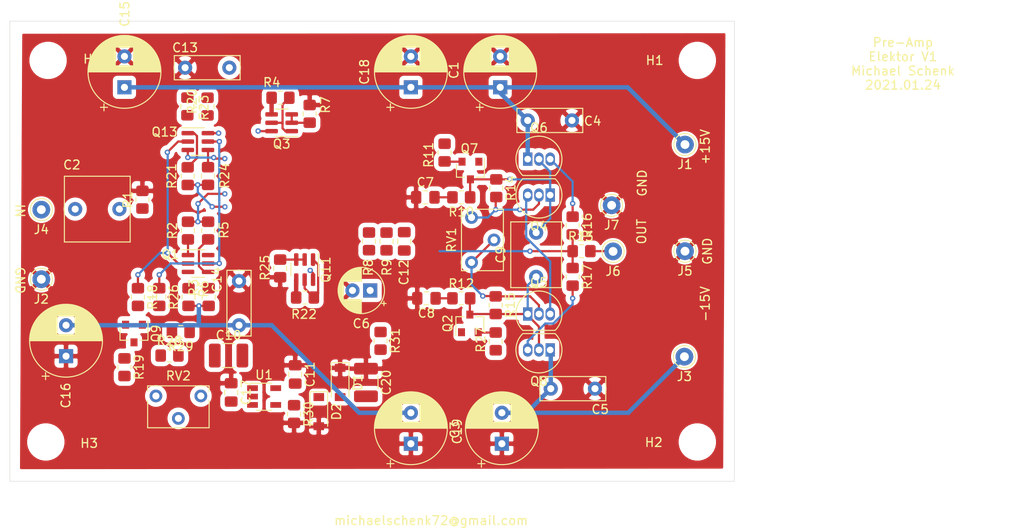
<source format=kicad_pcb>
(kicad_pcb (version 20171130) (host pcbnew "(5.1.9-0-10_14)")
  (layers (0 F.Cu signal) (31 B.Cu signal) (34 B.Paste user) (35 F.Paste user) (36 B.SilkS user) (37 F.SilkS user) (38 B.Mask user) (39 F.Mask user) (44 Edge.Cuts user))
  (net 0 "")
  (net 1 GND)
  (net 2 +15V)
  (net 3 "Net-(C2-Pad2)")
  (net 4 "Net-(C2-Pad1)")
  (net 5 -15V)
  (net 6 "Net-(C6-Pad1)")
  (net 7 "Net-(C7-Pad2)")
  (net 8 "Net-(J6-Pad1)")
  (net 9 "Net-(Q2-Pad2)")
  (net 10 "Net-(Q7-Pad2)")
  (net 11 "Net-(C12-Pad2)")
  (net 12 "Net-(C12-Pad1)")
  (net 13 "Net-(Q11-Pad1)")
  (net 14 "Net-(Q11-Pad6)")
  (net 15 "Net-(Q11-Pad2)")
  (net 16 "Net-(Q13-Pad4)")
  (net 17 "Net-(Q13-Pad3)")
  (net 18 "Net-(Q13-Pad1)")
  (net 19 "Net-(Q3-Pad6)")
  (net 20 "Net-(Q3-Pad1)")
  (net 21 "Net-(Q3-Pad2)")
  (net 22 "Net-(Q9-Pad2)")
  (net 23 "Net-(Q9-Pad1)")
  (net 24 "Net-(Q1-Pad4)")
  (net 25 "Net-(Q1-Pad3)")
  (net 26 "Net-(Q1-Pad1)")
  (net 27 "Net-(C8-Pad1)")
  (net 28 "Net-(C9-Pad2)")
  (net 29 "Net-(C9-Pad1)")
  (net 30 "Net-(Q1-Pad6)")
  (net 31 "Net-(Q4-Pad3)")
  (net 32 "Net-(Q4-Pad2)")
  (net 33 "Net-(Q5-Pad2)")
  (net 34 "Net-(Q6-Pad3)")
  (net 35 "Net-(Q13-Pad6)")
  (net 36 "Net-(Q8-Pad3)")
  (net 37 "Net-(C10-Pad2)")
  (net 38 "Net-(C10-Pad1)")
  (net 39 "Net-(C20-Pad2)")
  (net 40 "Net-(Q9-Pad3)")
  (net 41 "Net-(R19-Pad2)")
  (module Diode_SMD:D_SOD-123 (layer F.Cu) (at 159.258 136.78 270)
    (fp_text reference D1 (at 0 -2 90) (layer F.SilkS))
    (fp_text value 1N4148W)
    (pad 2 smd rect (at 1.65 0 270) (size 0.9 1.2) (layers F.Cu F.Paste F.Mask) (net 39 "Net-(C20-Pad2)"))
    (pad 1 smd rect (at -1.65 0 270) (size 0.9 1.2) (layers F.Cu F.Paste F.Mask) (net 1 GND))
  )
  (module Capacitor_SMD:C_1210_3225Metric_Pad1.33x2.70mm_HandSolder (layer F.Cu) (at 162.179 136.779 270)
    (fp_text reference C20 (at 0 -2.3 90) (layer F.SilkS))
    (fp_text value 2.2uF)
    (pad 2 smd roundrect (at 1.5625 0 270) (size 1.325 2.7) (layers F.Cu F.Paste F.Mask) (roundrect_rratio 0.188679) (net 39 "Net-(C20-Pad2)"))
    (pad 1 smd roundrect (at -1.5625 0 270) (size 1.325 2.7) (layers F.Cu F.Paste F.Mask) (roundrect_rratio 0.188679) (net 1 GND))
  )
  (module Capacitor_SMD:C_1210_3225Metric_Pad1.33x2.70mm_HandSolder (layer F.Cu) (at 146.6465 133.731)
    (fp_text reference C10 (at 0 -2.3) (layer F.SilkS))
    (fp_text value 2.2uF)
    (pad 2 smd roundrect (at 1.5625 0) (size 1.325 2.7) (layers F.Cu F.Paste F.Mask) (roundrect_rratio 0.188679) (net 37 "Net-(C10-Pad2)"))
    (pad 1 smd roundrect (at -1.5625 0) (size 1.325 2.7) (layers F.Cu F.Paste F.Mask) (roundrect_rratio 0.188679) (net 38 "Net-(C10-Pad1)"))
  )
  (module Package_TO_SOT_SMD:TSOT-23-5 (layer F.Cu) (at 150.662 138.369)
    (fp_text reference U1 (at 0 -2.45) (layer F.SilkS))
    (fp_text value OPA188xxDBV)
    (pad 5 smd rect (at 1.31 -0.95) (size 1.22 0.65) (layers F.Cu F.Paste F.Mask) (net 2 +15V))
    (pad 4 smd rect (at 1.31 0.95) (size 1.22 0.65) (layers F.Cu F.Paste F.Mask) (net 37 "Net-(C10-Pad2)"))
    (pad 3 smd rect (at -1.31 0.95) (size 1.22 0.65) (layers F.Cu F.Paste F.Mask) (net 39 "Net-(C20-Pad2)"))
    (pad 2 smd rect (at -1.31 0) (size 1.22 0.65) (layers F.Cu F.Paste F.Mask) (net 5 -15V))
    (pad 1 smd rect (at -1.31 -0.95) (size 1.22 0.65) (layers F.Cu F.Paste F.Mask) (net 38 "Net-(C10-Pad1)"))
  )
  (module Potentiometer_THT:Potentiometer_Bourns_3266W_Vertical (layer F.Cu) (at 143.51 138.303)
    (fp_text reference RV2 (at -2.54 -2.27) (layer F.SilkS))
    (fp_text value 100k)
    (pad 3 thru_hole circle (at -5.08 0) (size 1.44 1.44) (drill 0.8) (layers *.Cu *.Mask) (net 41 "Net-(R19-Pad2)"))
    (pad 2 thru_hole circle (at -2.54 2.54) (size 1.44 1.44) (drill 0.8) (layers *.Cu *.Mask) (net 5 -15V))
    (pad 1 thru_hole circle (at 0 0) (size 1.44 1.44) (drill 0.8) (layers *.Cu *.Mask) (net 5 -15V))
  )
  (module Potentiometer_THT:Potentiometer_Bourns_3266W_Vertical (layer F.Cu) (at 174.117 118.11 90)
    (fp_text reference RV1 (at -2.54 -2.27 90) (layer F.SilkS))
    (fp_text value 10k)
    (pad 3 thru_hole circle (at -5.08 0 90) (size 1.44 1.44) (drill 0.8) (layers *.Cu *.Mask) (net 33 "Net-(Q5-Pad2)"))
    (pad 2 thru_hole circle (at -2.54 2.54 90) (size 1.44 1.44) (drill 0.8) (layers *.Cu *.Mask) (net 33 "Net-(Q5-Pad2)"))
    (pad 1 thru_hole circle (at 0 0 90) (size 1.44 1.44) (drill 0.8) (layers *.Cu *.Mask) (net 32 "Net-(Q4-Pad2)"))
  )
  (module Capacitor_SMD:C_0805_2012Metric_Pad1.18x1.45mm_HandSolder (layer F.Cu) (at 169.0155 127.254 180)
    (fp_text reference C8 (at 0 -1.68) (layer F.SilkS))
    (fp_text value 150p)
    (pad 2 smd roundrect (at 1.0375 0 180) (size 1.175 1.45) (layers F.Cu F.Paste F.Mask) (roundrect_rratio 0.212766) (net 1 GND))
    (pad 1 smd roundrect (at -1.0375 0 180) (size 1.175 1.45) (layers F.Cu F.Paste F.Mask) (roundrect_rratio 0.212766) (net 27 "Net-(C8-Pad1)"))
  )
  (module Capacitor_SMD:C_0805_2012Metric_Pad1.18x1.45mm_HandSolder (layer F.Cu) (at 168.8885 115.824)
    (fp_text reference C7 (at 0 -1.68) (layer F.SilkS))
    (fp_text value 150p)
    (pad 2 smd roundrect (at 1.0375 0) (size 1.175 1.45) (layers F.Cu F.Paste F.Mask) (roundrect_rratio 0.212766) (net 7 "Net-(C7-Pad2)"))
    (pad 1 smd roundrect (at -1.0375 0) (size 1.175 1.45) (layers F.Cu F.Paste F.Mask) (roundrect_rratio 0.212766) (net 1 GND))
  )
  (module Capacitor_THT:C_Rect_L7.2mm_W2.5mm_P5.00mm_FKS2_FKP2_MKS2_MKP2 (layer F.Cu) (at 185.467 107.1245 180)
    (fp_text reference C4 (at -2.3406 -0.0762) (layer F.SilkS))
    (fp_text value 100nF)
    (pad 2 thru_hole circle (at 5 0 180) (size 1.6 1.6) (drill 0.8) (layers *.Cu *.Mask) (net 2 +15V))
    (pad 1 thru_hole circle (at 0 0 180) (size 1.6 1.6) (drill 0.8) (layers *.Cu *.Mask) (net 1 GND))
  )
  (module Capacitor_THT:C_Rect_L7.2mm_W5.5mm_P5.00mm_FKS2_FKP2_MKS2_MKP2 (layer F.Cu) (at 181.4195 124.8245 90)
    (fp_text reference C9 (at 2.5 -4 90) (layer F.SilkS))
    (fp_text value 1uF)
    (pad 2 thru_hole circle (at 5 0 90) (size 1.6 1.6) (drill 0.8) (layers *.Cu *.Mask) (net 28 "Net-(C9-Pad2)"))
    (pad 1 thru_hole circle (at 0 0 90) (size 1.6 1.6) (drill 0.8) (layers *.Cu *.Mask) (net 29 "Net-(C9-Pad1)"))
  )
  (module Resistor_SMD:R_0805_2012Metric_Pad1.20x1.40mm_HandSolder (layer F.Cu) (at 163.83 132.064 270)
    (fp_text reference R31 (at 0 -1.65 90) (layer F.SilkS))
    (fp_text value 475k)
    (pad 2 smd roundrect (at 1 0 270) (size 1.2 1.4) (layers F.Cu F.Paste F.Mask) (roundrect_rratio 0.208333) (net 39 "Net-(C20-Pad2)"))
    (pad 1 smd roundrect (at -1 0 270) (size 1.2 1.4) (layers F.Cu F.Paste F.Mask) (roundrect_rratio 0.208333) (net 12 "Net-(C12-Pad1)"))
  )
  (module Resistor_SMD:R_0805_2012Metric_Pad1.20x1.40mm_HandSolder (layer F.Cu) (at 154.051 140.351 270)
    (fp_text reference R30 (at 0 -1.65 90) (layer F.SilkS))
    (fp_text value 475k)
    (pad 2 smd roundrect (at 1 0 270) (size 1.2 1.4) (layers F.Cu F.Paste F.Mask) (roundrect_rratio 0.208333) (net 1 GND))
    (pad 1 smd roundrect (at -1 0 270) (size 1.2 1.4) (layers F.Cu F.Paste F.Mask) (roundrect_rratio 0.208333) (net 37 "Net-(C10-Pad2)"))
  )
  (module Resistor_SMD:R_0805_2012Metric_Pad1.20x1.40mm_HandSolder (layer F.Cu) (at 141.24 131.064 180)
    (fp_text reference R29 (at 0 -1.65) (layer F.SilkS))
    (fp_text value 27k)
    (pad 2 smd roundrect (at 1 0 180) (size 1.2 1.4) (layers F.Cu F.Paste F.Mask) (roundrect_rratio 0.208333) (net 23 "Net-(Q9-Pad1)"))
    (pad 1 smd roundrect (at -1 0 180) (size 1.2 1.4) (layers F.Cu F.Paste F.Mask) (roundrect_rratio 0.208333) (net 38 "Net-(C10-Pad1)"))
  )
  (module Resistor_SMD:R_0805_2012Metric_Pad1.20x1.40mm_HandSolder (layer F.Cu) (at 139.97 133.731)
    (fp_text reference R28 (at 0 -1.65) (layer F.SilkS))
    (fp_text value 3.9k)
    (pad 2 smd roundrect (at 1 0) (size 1.2 1.4) (layers F.Cu F.Paste F.Mask) (roundrect_rratio 0.208333) (net 5 -15V))
    (pad 1 smd roundrect (at -1 0) (size 1.2 1.4) (layers F.Cu F.Paste F.Mask) (roundrect_rratio 0.208333) (net 23 "Net-(Q9-Pad1)"))
  )
  (module Resistor_SMD:R_0805_2012Metric_Pad1.20x1.40mm_HandSolder (layer F.Cu) (at 138.811 127.111 270)
    (fp_text reference R26 (at 0 -1.65 90) (layer F.SilkS))
    (fp_text value 392k)
    (pad 2 smd roundrect (at 1 0 270) (size 1.2 1.4) (layers F.Cu F.Paste F.Mask) (roundrect_rratio 0.208333) (net 40 "Net-(Q9-Pad3)"))
    (pad 1 smd roundrect (at -1 0 270) (size 1.2 1.4) (layers F.Cu F.Paste F.Mask) (roundrect_rratio 0.208333) (net 11 "Net-(C12-Pad2)"))
  )
  (module Resistor_SMD:R_0805_2012Metric_Pad1.20x1.40mm_HandSolder (layer F.Cu) (at 134.874 135.0485 270)
    (fp_text reference R19 (at 0 -1.65 90) (layer F.SilkS))
    (fp_text value 100k)
    (pad 2 smd roundrect (at 1 0 270) (size 1.2 1.4) (layers F.Cu F.Paste F.Mask) (roundrect_rratio 0.208333) (net 41 "Net-(R19-Pad2)"))
    (pad 1 smd roundrect (at -1 0 270) (size 1.2 1.4) (layers F.Cu F.Paste F.Mask) (roundrect_rratio 0.208333) (net 22 "Net-(Q9-Pad2)"))
  )
  (module Resistor_SMD:R_0805_2012Metric_Pad1.20x1.40mm_HandSolder (layer F.Cu) (at 136.398 127.111 270)
    (fp_text reference R18 (at 0 -1.65 90) (layer F.SilkS))
    (fp_text value 392k)
    (pad 2 smd roundrect (at 1 0 270) (size 1.2 1.4) (layers F.Cu F.Paste F.Mask) (roundrect_rratio 0.208333) (net 40 "Net-(Q9-Pad3)"))
    (pad 1 smd roundrect (at -1 0 270) (size 1.2 1.4) (layers F.Cu F.Paste F.Mask) (roundrect_rratio 0.208333) (net 4 "Net-(C2-Pad1)"))
  )
  (module Package_TO_SOT_SMD:SOT-23 (layer F.Cu) (at 135.951 131.2385 270)
    (fp_text reference Q9 (at 0 -2.5 90) (layer F.SilkS))
    (fp_text value BC850C)
    (pad 3 smd rect (at 1 0 270) (size 0.9 0.8) (layers F.Cu F.Paste F.Mask) (net 40 "Net-(Q9-Pad3)"))
    (pad 2 smd rect (at -1 0.95 270) (size 0.9 0.8) (layers F.Cu F.Paste F.Mask) (net 22 "Net-(Q9-Pad2)"))
    (pad 1 smd rect (at -1 -0.95 270) (size 0.9 0.8) (layers F.Cu F.Paste F.Mask) (net 23 "Net-(Q9-Pad1)"))
  )
  (module Diode_SMD:D_SOD-123 (layer F.Cu) (at 156.845 140.08 270)
    (fp_text reference D2 (at 0 -2 90) (layer F.SilkS))
    (fp_text value 1N4148W)
    (pad 2 smd rect (at 1.65 0 270) (size 0.9 1.2) (layers F.Cu F.Paste F.Mask) (net 1 GND))
    (pad 1 smd rect (at -1.65 0 270) (size 0.9 1.2) (layers F.Cu F.Paste F.Mask) (net 39 "Net-(C20-Pad2)"))
  )
  (module Capacitor_SMD:C_0805_2012Metric_Pad1.18x1.45mm_HandSolder (layer F.Cu) (at 146.939 137.9005 270)
    (fp_text reference C17 (at 0 -1.68 90) (layer F.SilkS))
    (fp_text value 100nF)
    (pad 2 smd roundrect (at 1.0375 0 270) (size 1.175 1.45) (layers F.Cu F.Paste F.Mask) (roundrect_rratio 0.212766) (net 5 -15V))
    (pad 1 smd roundrect (at -1.0375 0 270) (size 1.175 1.45) (layers F.Cu F.Paste F.Mask) (roundrect_rratio 0.212766) (net 1 GND))
  )
  (module Capacitor_SMD:C_0805_2012Metric_Pad1.18x1.45mm_HandSolder (layer F.Cu) (at 154.178 135.8685 270)
    (fp_text reference C11 (at 0 -1.68 90) (layer F.SilkS))
    (fp_text value 100nF)
    (pad 2 smd roundrect (at 1.0375 0 270) (size 1.175 1.45) (layers F.Cu F.Paste F.Mask) (roundrect_rratio 0.212766) (net 2 +15V))
    (pad 1 smd roundrect (at -1.0375 0 270) (size 1.175 1.45) (layers F.Cu F.Paste F.Mask) (roundrect_rratio 0.212766) (net 1 GND))
  )
  (module Resistor_SMD:R_0805_2012Metric_Pad1.20x1.40mm_HandSolder (layer F.Cu) (at 185.547 124.825 270)
    (fp_text reference R17 (at 0 -1.65 90) (layer F.SilkS))
    (fp_text value 10R)
    (pad 2 smd roundrect (at 1 0 270) (size 1.2 1.4) (layers F.Cu F.Paste F.Mask) (roundrect_rratio 0.208333) (net 36 "Net-(Q8-Pad3)"))
    (pad 1 smd roundrect (at -1 0 270) (size 1.2 1.4) (layers F.Cu F.Paste F.Mask) (roundrect_rratio 0.208333) (net 12 "Net-(C12-Pad1)"))
  )
  (module Resistor_SMD:R_0805_2012Metric_Pad1.20x1.40mm_HandSolder (layer F.Cu) (at 185.547 119.015 270)
    (fp_text reference R16 (at 0 -1.65 90) (layer F.SilkS))
    (fp_text value 10R)
    (pad 2 smd roundrect (at 1 0 270) (size 1.2 1.4) (layers F.Cu F.Paste F.Mask) (roundrect_rratio 0.208333) (net 12 "Net-(C12-Pad1)"))
    (pad 1 smd roundrect (at -1 0 270) (size 1.2 1.4) (layers F.Cu F.Paste F.Mask) (roundrect_rratio 0.208333) (net 34 "Net-(Q6-Pad3)"))
  )
  (module Resistor_SMD:R_0805_2012Metric_Pad1.20x1.40mm_HandSolder (layer F.Cu) (at 176.8475 128.032 270)
    (fp_text reference R15 (at 0 -1.65 90) (layer F.SilkS))
    (fp_text value 390R)
    (pad 2 smd roundrect (at 1 0 270) (size 1.2 1.4) (layers F.Cu F.Paste F.Mask) (roundrect_rratio 0.208333) (net 29 "Net-(C9-Pad1)"))
    (pad 1 smd roundrect (at -1 0 270) (size 1.2 1.4) (layers F.Cu F.Paste F.Mask) (roundrect_rratio 0.208333) (net 33 "Net-(Q5-Pad2)"))
  )
  (module Resistor_SMD:R_0805_2012Metric_Pad1.20x1.40mm_HandSolder (layer F.Cu) (at 176.911 114.792 270)
    (fp_text reference R14 (at 0 -1.65 90) (layer F.SilkS))
    (fp_text value 390R)
    (pad 2 smd roundrect (at 1 0 270) (size 1.2 1.4) (layers F.Cu F.Paste F.Mask) (roundrect_rratio 0.208333) (net 32 "Net-(Q4-Pad2)"))
    (pad 1 smd roundrect (at -1 0 270) (size 1.2 1.4) (layers F.Cu F.Paste F.Mask) (roundrect_rratio 0.208333) (net 28 "Net-(C9-Pad2)"))
  )
  (module Resistor_SMD:R_0805_2012Metric_Pad1.20x1.40mm_HandSolder (layer F.Cu) (at 172.958 127.254)
    (fp_text reference R12 (at 0 -1.65) (layer F.SilkS))
    (fp_text value 10k)
    (pad 2 smd roundrect (at 1 0) (size 1.2 1.4) (layers F.Cu F.Paste F.Mask) (roundrect_rratio 0.208333) (net 29 "Net-(C9-Pad1)"))
    (pad 1 smd roundrect (at -1 0) (size 1.2 1.4) (layers F.Cu F.Paste F.Mask) (roundrect_rratio 0.208333) (net 27 "Net-(C8-Pad1)"))
  )
  (module Resistor_SMD:R_0805_2012Metric_Pad1.20x1.40mm_HandSolder (layer F.Cu) (at 172.958 115.824 180)
    (fp_text reference R10 (at 0 -1.65) (layer F.SilkS))
    (fp_text value 10k)
    (pad 2 smd roundrect (at 1 0 180) (size 1.2 1.4) (layers F.Cu F.Paste F.Mask) (roundrect_rratio 0.208333) (net 7 "Net-(C7-Pad2)"))
    (pad 1 smd roundrect (at -1 0 180) (size 1.2 1.4) (layers F.Cu F.Paste F.Mask) (roundrect_rratio 0.208333) (net 28 "Net-(C9-Pad2)"))
  )
  (module Package_TO_SOT_THT:TO-92_Inline (layer F.Cu) (at 183.007 133.096 180)
    (fp_text reference Q8 (at 1.27 -3.56) (layer F.SilkS))
    (fp_text value BC327-40)
    (pad 1 thru_hole rect (at 0 0 180) (size 1.05 1.5) (drill 0.75) (layers *.Cu *.Mask) (net 5 -15V))
    (pad 3 thru_hole oval (at 2.54 0 180) (size 1.05 1.5) (drill 0.75) (layers *.Cu *.Mask) (net 36 "Net-(Q8-Pad3)"))
    (pad 2 thru_hole oval (at 1.27 0 180) (size 1.05 1.5) (drill 0.75) (layers *.Cu *.Mask) (net 29 "Net-(C9-Pad1)"))
  )
  (module Package_TO_SOT_THT:TO-92_Inline (layer F.Cu) (at 180.467 111.506)
    (fp_text reference Q6 (at 1.27 -3.56) (layer F.SilkS))
    (fp_text value BC337-40)
    (pad 1 thru_hole rect (at 0 0) (size 1.05 1.5) (drill 0.75) (layers *.Cu *.Mask) (net 2 +15V))
    (pad 3 thru_hole oval (at 2.54 0) (size 1.05 1.5) (drill 0.75) (layers *.Cu *.Mask) (net 34 "Net-(Q6-Pad3)"))
    (pad 2 thru_hole oval (at 1.27 0) (size 1.05 1.5) (drill 0.75) (layers *.Cu *.Mask) (net 28 "Net-(C9-Pad2)"))
  )
  (module Package_TO_SOT_THT:TO-92_Inline (layer F.Cu) (at 180.467 129.032)
    (fp_text reference Q5 (at 1.27 -3.56) (layer F.SilkS))
    (fp_text value BC560C)
    (pad 1 thru_hole rect (at 0 0) (size 1.05 1.5) (drill 0.75) (layers *.Cu *.Mask) (net 29 "Net-(C9-Pad1)"))
    (pad 3 thru_hole oval (at 2.54 0) (size 1.05 1.5) (drill 0.75) (layers *.Cu *.Mask) (net 31 "Net-(Q4-Pad3)"))
    (pad 2 thru_hole oval (at 1.27 0) (size 1.05 1.5) (drill 0.75) (layers *.Cu *.Mask) (net 33 "Net-(Q5-Pad2)"))
  )
  (module Package_TO_SOT_THT:TO-92_Inline (layer F.Cu) (at 183.007 115.57 180)
    (fp_text reference Q4 (at 1.27 -3.56) (layer F.SilkS))
    (fp_text value BC550C)
    (pad 1 thru_hole rect (at 0 0 180) (size 1.05 1.5) (drill 0.75) (layers *.Cu *.Mask) (net 28 "Net-(C9-Pad2)"))
    (pad 3 thru_hole oval (at 2.54 0 180) (size 1.05 1.5) (drill 0.75) (layers *.Cu *.Mask) (net 31 "Net-(Q4-Pad3)"))
    (pad 2 thru_hole oval (at 1.27 0 180) (size 1.05 1.5) (drill 0.75) (layers *.Cu *.Mask) (net 32 "Net-(Q4-Pad2)"))
  )
  (module Package_TO_SOT_SMD:SOT-23 (layer F.Cu) (at 173.9265 130.0955 90)
    (fp_text reference Q2 (at 0 -2.5 90) (layer F.SilkS))
    (fp_text value BC850C)
    (pad 3 smd rect (at 1 0 90) (size 0.9 0.8) (layers F.Cu F.Paste F.Mask) (net 29 "Net-(C9-Pad1)"))
    (pad 2 smd rect (at -1 0.95 90) (size 0.9 0.8) (layers F.Cu F.Paste F.Mask) (net 9 "Net-(Q2-Pad2)"))
    (pad 1 smd rect (at -1 -0.95 90) (size 0.9 0.8) (layers F.Cu F.Paste F.Mask) (net 30 "Net-(Q1-Pad6)"))
  )
  (module Package_SO:SC-74-6_1.5x2.9mm_P0.95mm (layer F.Cu) (at 143.198 123.3145)
    (fp_text reference Q1 (at -3.1424 -1.0262) (layer F.SilkS))
    (fp_text value BCM857DS,115)
    (pad 6 smd roundrect (at 1.1375 -0.95) (size 1.425 0.5) (layers F.Cu F.Paste F.Mask) (net 30 "Net-(Q1-Pad6)"))
    (pad 5 smd roundrect (at 1.1375 0) (size 1.425 0.5) (layers F.Cu F.Paste F.Mask) (net 11 "Net-(C12-Pad2)"))
    (pad 4 smd roundrect (at 1.1375 0.95) (size 1.425 0.5) (layers F.Cu F.Paste F.Mask) (net 24 "Net-(Q1-Pad4)"))
    (pad 3 smd roundrect (at -1.1375 0.95) (size 1.425 0.5) (layers F.Cu F.Paste F.Mask) (net 25 "Net-(Q1-Pad3)"))
    (pad 2 smd roundrect (at -1.1375 0) (size 1.425 0.5) (layers F.Cu F.Paste F.Mask) (net 4 "Net-(C2-Pad1)"))
    (pad 1 smd roundrect (at -1.1375 -0.95) (size 1.425 0.5) (layers F.Cu F.Paste F.Mask) (net 26 "Net-(Q1-Pad1)"))
  )
  (module Package_SO:SC-74-6_1.5x2.9mm_P0.95mm (layer F.Cu) (at 152.6485 107.3887 180)
    (fp_text reference Q3 (at 0 -2.4) (layer F.SilkS))
    (fp_text value BCM857DS,115)
    (pad 6 smd roundrect (at 1.1375 -0.95 180) (size 1.425 0.5) (layers F.Cu F.Paste F.Mask) (net 19 "Net-(Q3-Pad6)"))
    (pad 5 smd roundrect (at 1.1375 0 180) (size 1.425 0.5) (layers F.Cu F.Paste F.Mask) (net 20 "Net-(Q3-Pad1)"))
    (pad 4 smd roundrect (at 1.1375 0.95 180) (size 1.425 0.5) (layers F.Cu F.Paste F.Mask) (net 2 +15V))
    (pad 3 smd roundrect (at -1.1375 0.95 180) (size 1.425 0.5) (layers F.Cu F.Paste F.Mask) (net 21 "Net-(Q3-Pad2)"))
    (pad 2 smd roundrect (at -1.1375 0 180) (size 1.425 0.5) (layers F.Cu F.Paste F.Mask) (net 21 "Net-(Q3-Pad2)"))
    (pad 1 smd roundrect (at -1.1375 -0.95 180) (size 1.425 0.5) (layers F.Cu F.Paste F.Mask) (net 20 "Net-(Q3-Pad1)"))
  )
  (module Package_SO:SC-74-6_1.5x2.9mm_P0.95mm (layer F.Cu) (at 143.1743 109.5146)
    (fp_text reference Q13 (at -3.7664 -1.082) (layer F.SilkS))
    (fp_text value BCM847DS,115)
    (pad 6 smd roundrect (at 1.1375 -0.95) (size 1.425 0.5) (layers F.Cu F.Paste F.Mask) (net 35 "Net-(Q13-Pad6)"))
    (pad 5 smd roundrect (at 1.1375 0) (size 1.425 0.5) (layers F.Cu F.Paste F.Mask) (net 11 "Net-(C12-Pad2)"))
    (pad 4 smd roundrect (at 1.1375 0.95) (size 1.425 0.5) (layers F.Cu F.Paste F.Mask) (net 16 "Net-(Q13-Pad4)"))
    (pad 3 smd roundrect (at -1.1375 0.95) (size 1.425 0.5) (layers F.Cu F.Paste F.Mask) (net 17 "Net-(Q13-Pad3)"))
    (pad 2 smd roundrect (at -1.1375 0) (size 1.425 0.5) (layers F.Cu F.Paste F.Mask) (net 4 "Net-(C2-Pad1)"))
    (pad 1 smd roundrect (at -1.1375 -0.95) (size 1.425 0.5) (layers F.Cu F.Paste F.Mask) (net 18 "Net-(Q13-Pad1)"))
  )
  (module Package_SO:SC-74-6_1.5x2.9mm_P0.95mm (layer F.Cu) (at 155.2473 124.0053 270)
    (fp_text reference Q11 (at 0 -2.4 90) (layer F.SilkS))
    (fp_text value BCM847DS,115)
    (pad 6 smd roundrect (at 1.1375 -0.95 270) (size 1.425 0.5) (layers F.Cu F.Paste F.Mask) (net 14 "Net-(Q11-Pad6)"))
    (pad 5 smd roundrect (at 1.1375 0 270) (size 1.425 0.5) (layers F.Cu F.Paste F.Mask) (net 13 "Net-(Q11-Pad1)"))
    (pad 4 smd roundrect (at 1.1375 0.95 270) (size 1.425 0.5) (layers F.Cu F.Paste F.Mask) (net 5 -15V))
    (pad 3 smd roundrect (at -1.1375 0.95 270) (size 1.425 0.5) (layers F.Cu F.Paste F.Mask) (net 15 "Net-(Q11-Pad2)"))
    (pad 2 smd roundrect (at -1.1375 0 270) (size 1.425 0.5) (layers F.Cu F.Paste F.Mask) (net 15 "Net-(Q11-Pad2)"))
    (pad 1 smd roundrect (at -1.1375 -0.95 270) (size 1.425 0.5) (layers F.Cu F.Paste F.Mask) (net 13 "Net-(Q11-Pad1)"))
  )
  (module Capacitor_THT:CP_Radial_D8.0mm_P3.50mm (layer F.Cu) (at 177.3555 103.378 90)
    (fp_text reference C1 (at 1.9304 -5.2324 90) (layer F.SilkS))
    (fp_text value 220uF)
    (pad 2 thru_hole circle (at 3.5 0 90) (size 1.6 1.6) (drill 0.8) (layers *.Cu *.Mask) (net 1 GND))
    (pad 1 thru_hole rect (at 0 0 90) (size 1.6 1.6) (drill 0.8) (layers *.Cu *.Mask) (net 2 +15V))
  )
  (module Capacitor_THT:CP_Radial_D8.0mm_P3.50mm (layer F.Cu) (at 167.259 143.708 90)
    (fp_text reference C19 (at 1.3918 5.2324 90) (layer F.SilkS))
    (fp_text value 220uF)
    (pad 2 thru_hole circle (at 3.5 0 90) (size 1.6 1.6) (drill 0.8) (layers *.Cu *.Mask) (net 5 -15V))
    (pad 1 thru_hole rect (at 0 0 90) (size 1.6 1.6) (drill 0.8) (layers *.Cu *.Mask) (net 1 GND))
  )
  (module Capacitor_THT:CP_Radial_D8.0mm_P3.50mm (layer F.Cu) (at 167.259 103.378 90)
    (fp_text reference C18 (at 1.75 -5.25 90) (layer F.SilkS))
    (fp_text value 220uF)
    (pad 2 thru_hole circle (at 3.5 0 90) (size 1.6 1.6) (drill 0.8) (layers *.Cu *.Mask) (net 1 GND))
    (pad 1 thru_hole rect (at 0 0 90) (size 1.6 1.6) (drill 0.8) (layers *.Cu *.Mask) (net 2 +15V))
  )
  (module Resistor_SMD:R_0805_2012Metric_Pad1.20x1.40mm_HandSolder (layer F.Cu) (at 144.399 127.111 270)
    (fp_text reference R3 (at -1.0762 1.6891 90) (layer F.SilkS))
    (fp_text value 806R)
    (pad 2 smd roundrect (at 1 0 270) (size 1.2 1.4) (layers F.Cu F.Paste F.Mask) (roundrect_rratio 0.2083325) (net 5 -15V))
    (pad 1 smd roundrect (at -1 0 270) (size 1.2 1.4) (layers F.Cu F.Paste F.Mask) (roundrect_rratio 0.2083325) (net 30 "Net-(Q1-Pad6)"))
  )
  (module Capacitor_THT:CP_Radial_D5.0mm_P2.00mm (layer F.Cu) (at 162.655 126.365 180)
    (fp_text reference C6 (at 1 -3.75) (layer F.SilkS))
    (fp_text value 100uF)
    (pad 2 thru_hole circle (at 2 0 180) (size 1.6 1.6) (drill 0.8) (layers *.Cu *.Mask) (net 1 GND))
    (pad 1 thru_hole rect (at 0 0 180) (size 1.6 1.6) (drill 0.8) (layers *.Cu *.Mask) (net 6 "Net-(C6-Pad1)"))
  )
  (module Resistor_SMD:R_0805_2012Metric_Pad1.20x1.40mm_HandSolder (layer F.Cu) (at 186.547 121.92 180)
    (fp_text reference R13 (at 0.0795 1.651) (layer F.SilkS))
    (fp_text value 47R)
    (pad 2 smd roundrect (at 1 0 180) (size 1.2 1.4) (layers F.Cu F.Paste F.Mask) (roundrect_rratio 0.2083325) (net 12 "Net-(C12-Pad1)"))
    (pad 1 smd roundrect (at -1 0 180) (size 1.2 1.4) (layers F.Cu F.Paste F.Mask) (roundrect_rratio 0.2083325) (net 8 "Net-(J6-Pad1)"))
  )
  (module Resistor_SMD:R_0805_2012Metric_Pad1.20x1.40mm_HandSolder (layer F.Cu) (at 176.8475 132.1275 270)
    (fp_text reference R27 (at -0.1872 1.6764 90) (layer F.SilkS))
    (fp_text value 249R)
    (pad 2 smd roundrect (at 1 0 270) (size 1.2 1.4) (layers F.Cu F.Paste F.Mask) (roundrect_rratio 0.2083325) (net 5 -15V))
    (pad 1 smd roundrect (at -1 0 270) (size 1.2 1.4) (layers F.Cu F.Paste F.Mask) (roundrect_rratio 0.2083325) (net 9 "Net-(Q2-Pad2)"))
  )
  (module Resistor_SMD:R_0805_2012Metric_Pad1.20x1.40mm_HandSolder (layer F.Cu) (at 152.4762 123.8725 90)
    (fp_text reference R25 (at 0.0762 -1.7018 90) (layer F.SilkS))
    (fp_text value 10k)
    (pad 2 smd roundrect (at 1 0 90) (size 1.2 1.4) (layers F.Cu F.Paste F.Mask) (roundrect_rratio 0.2083325) (net 15 "Net-(Q11-Pad2)"))
    (pad 1 smd roundrect (at -1 0 90) (size 1.2 1.4) (layers F.Cu F.Paste F.Mask) (roundrect_rratio 0.2083325) (net 1 GND))
  )
  (module Resistor_SMD:R_0805_2012Metric_Pad1.20x1.40mm_HandSolder (layer F.Cu) (at 144.3228 113.4143 270)
    (fp_text reference R24 (at -0.0348 -1.8796 90) (layer F.SilkS))
    (fp_text value 80.6R)
    (pad 2 smd roundrect (at 1 0 270) (size 1.2 1.4) (layers F.Cu F.Paste F.Mask) (roundrect_rratio 0.2083325) (net 14 "Net-(Q11-Pad6)"))
    (pad 1 smd roundrect (at -1 0 270) (size 1.2 1.4) (layers F.Cu F.Paste F.Mask) (roundrect_rratio 0.2083325) (net 16 "Net-(Q13-Pad4)"))
  )
  (module Resistor_SMD:R_0805_2012Metric_Pad1.20x1.40mm_HandSolder (layer F.Cu) (at 141.986 105.537 270)
    (fp_text reference R23 (at 0.1364 -1.8796 90) (layer F.SilkS))
    (fp_text value 806R)
    (pad 2 smd roundrect (at 1 0 270) (size 1.2 1.4) (layers F.Cu F.Paste F.Mask) (roundrect_rratio 0.2083325) (net 17 "Net-(Q13-Pad3)"))
    (pad 1 smd roundrect (at -1 0 270) (size 1.2 1.4) (layers F.Cu F.Paste F.Mask) (roundrect_rratio 0.2083325) (net 2 +15V))
  )
  (module Resistor_SMD:R_0805_2012Metric_Pad1.20x1.40mm_HandSolder (layer F.Cu) (at 155.2862 127.1651 180)
    (fp_text reference R22 (at 0.1176 -1.8923) (layer F.SilkS))
    (fp_text value 140R)
    (pad 2 smd roundrect (at 1 0 180) (size 1.2 1.4) (layers F.Cu F.Paste F.Mask) (roundrect_rratio 0.2083325) (net 5 -15V))
    (pad 1 smd roundrect (at -1 0 180) (size 1.2 1.4) (layers F.Cu F.Paste F.Mask) (roundrect_rratio 0.2083325) (net 13 "Net-(Q11-Pad1)"))
  )
  (module Resistor_SMD:R_0805_2012Metric_Pad1.20x1.40mm_HandSolder (layer F.Cu) (at 142.0241 113.427 270)
    (fp_text reference R21 (at -0.0094 1.8034 90) (layer F.SilkS))
    (fp_text value 80.6R)
    (pad 2 smd roundrect (at 1 0 270) (size 1.2 1.4) (layers F.Cu F.Paste F.Mask) (roundrect_rratio 0.2083325) (net 14 "Net-(Q11-Pad6)"))
    (pad 1 smd roundrect (at -1 0 270) (size 1.2 1.4) (layers F.Cu F.Paste F.Mask) (roundrect_rratio 0.2083325) (net 18 "Net-(Q13-Pad1)"))
  )
  (module Resistor_SMD:R_0805_2012Metric_Pad1.20x1.40mm_HandSolder (layer F.Cu) (at 144.272 105.553 270)
    (fp_text reference R20 (at -0.6002 1.7399 90) (layer F.SilkS))
    (fp_text value 806R)
    (pad 2 smd roundrect (at 1 0 270) (size 1.2 1.4) (layers F.Cu F.Paste F.Mask) (roundrect_rratio 0.2083325) (net 35 "Net-(Q13-Pad6)"))
    (pad 1 smd roundrect (at -1 0 270) (size 1.2 1.4) (layers F.Cu F.Paste F.Mask) (roundrect_rratio 0.2083325) (net 2 +15V))
  )
  (module Capacitor_THT:CP_Radial_D8.0mm_P3.50mm (layer F.Cu) (at 128.27 133.802 90)
    (fp_text reference C16 (at -4.4502 -0.0254 90) (layer F.SilkS))
    (fp_text value 220uF)
    (pad 2 thru_hole circle (at 3.5 0 90) (size 1.6 1.6) (drill 0.8) (layers *.Cu *.Mask) (net 5 -15V))
    (pad 1 thru_hole rect (at 0 0 90) (size 1.6 1.6) (drill 0.8) (layers *.Cu *.Mask) (net 1 GND))
  )
  (module Capacitor_THT:CP_Radial_D8.0mm_P3.50mm (layer F.Cu) (at 134.874 103.378 90)
    (fp_text reference C15 (at 8.3058 0.0381 90) (layer F.SilkS))
    (fp_text value 220uF)
    (pad 2 thru_hole circle (at 3.5 0 90) (size 1.6 1.6) (drill 0.8) (layers *.Cu *.Mask) (net 1 GND))
    (pad 1 thru_hole rect (at 0 0 90) (size 1.6 1.6) (drill 0.8) (layers *.Cu *.Mask) (net 2 +15V))
  )
  (module Capacitor_THT:CP_Radial_D8.0mm_P3.50mm (layer F.Cu) (at 177.546 143.708 90)
    (fp_text reference C3 (at 1.5748 -5.3086 90) (layer F.SilkS))
    (fp_text value 220uF)
    (pad 2 thru_hole circle (at 3.5 0 90) (size 1.6 1.6) (drill 0.8) (layers *.Cu *.Mask) (net 5 -15V))
    (pad 1 thru_hole rect (at 0 0 90) (size 1.6 1.6) (drill 0.8) (layers *.Cu *.Mask) (net 1 GND))
  )
  (module Capacitor_THT:C_Rect_L7.2mm_W2.5mm_P5.00mm_FKS2_FKP2_MKS2_MKP2 (layer F.Cu) (at 147.828 130.302 90)
    (fp_text reference C14 (at 5.1562 -2.4892 90) (layer F.SilkS))
    (fp_text value 100nF)
    (pad 2 thru_hole circle (at 5 0 90) (size 1.6 1.6) (drill 0.8) (layers *.Cu *.Mask) (net 1 GND))
    (pad 1 thru_hole circle (at 0 0 90) (size 1.6 1.6) (drill 0.8) (layers *.Cu *.Mask) (net 5 -15V))
  )
  (module Capacitor_THT:C_Rect_L7.2mm_W2.5mm_P5.00mm_FKS2_FKP2_MKS2_MKP2 (layer F.Cu) (at 141.732 101.1555)
    (fp_text reference C13 (at -0.0038 -2.2606) (layer F.SilkS))
    (fp_text value 100nF)
    (pad 2 thru_hole circle (at 5 0) (size 1.6 1.6) (drill 0.8) (layers *.Cu *.Mask) (net 2 +15V))
    (pad 1 thru_hole circle (at 0 0) (size 1.6 1.6) (drill 0.8) (layers *.Cu *.Mask) (net 1 GND))
  )
  (module Capacitor_THT:C_Rect_L7.2mm_W2.5mm_P5.00mm_FKS2_FKP2_MKS2_MKP2 (layer F.Cu) (at 183.0705 137.4775)
    (fp_text reference C5 (at 5.588 2.3495) (layer F.SilkS))
    (fp_text value 100nF)
    (pad 2 thru_hole circle (at 5 0) (size 1.6 1.6) (drill 0.8) (layers *.Cu *.Mask) (net 1 GND))
    (pad 1 thru_hole circle (at 0 0) (size 1.6 1.6) (drill 0.8) (layers *.Cu *.Mask) (net 5 -15V))
  )
  (module Connector_Pin:Pin_D1.0mm_L10.0mm (layer F.Cu) (at 189.9539 116.7257)
    (fp_text reference J7 (at 0 2.25) (layer F.SilkS))
    (fp_text value Conn_01x01)
    (pad 1 thru_hole circle (at 0 0) (size 2 2) (drill 1) (layers *.Cu *.Mask) (net 1 GND))
  )
  (module Connector_Pin:Pin_D1.0mm_L10.0mm (layer F.Cu) (at 190.119 121.9454)
    (fp_text reference J6 (at 0 2.25) (layer F.SilkS))
    (fp_text value Conn_01x01)
    (pad 1 thru_hole circle (at 0 0) (size 2 2) (drill 1) (layers *.Cu *.Mask) (net 8 "Net-(J6-Pad1)"))
  )
  (module Connector_Pin:Pin_D1.0mm_L10.0mm (layer F.Cu) (at 198.247 121.92)
    (fp_text reference J5 (at 0 2.25) (layer F.SilkS))
    (fp_text value Conn_01x01)
    (pad 1 thru_hole circle (at 0 0) (size 2 2) (drill 1) (layers *.Cu *.Mask) (net 1 GND))
  )
  (module Connector_Pin:Pin_D1.0mm_L10.0mm (layer F.Cu) (at 125.476 117.221)
    (fp_text reference J4 (at 0 2.25) (layer F.SilkS))
    (fp_text value Conn_01x01)
    (pad 1 thru_hole circle (at 0 0) (size 2 2) (drill 1) (layers *.Cu *.Mask) (net 3 "Net-(C2-Pad2)"))
  )
  (module Connector_Pin:Pin_D1.0mm_L10.0mm (layer F.Cu) (at 198.1835 133.858)
    (fp_text reference J3 (at 0 2.25) (layer F.SilkS))
    (fp_text value Conn_01x01)
    (pad 1 thru_hole circle (at 0 0) (size 2 2) (drill 1) (layers *.Cu *.Mask) (net 5 -15V))
  )
  (module Connector_Pin:Pin_D1.0mm_L10.0mm (layer F.Cu) (at 125.476 125.095)
    (fp_text reference J2 (at 0 2.25) (layer F.SilkS))
    (fp_text value Conn_01x01)
    (pad 1 thru_hole circle (at 0 0) (size 2 2) (drill 1) (layers *.Cu *.Mask) (net 1 GND))
  )
  (module Connector_Pin:Pin_D1.0mm_L10.0mm (layer F.Cu) (at 198.247 109.855)
    (fp_text reference J1 (at 0 2.25) (layer F.SilkS))
    (fp_text value Conn_01x01)
    (pad 1 thru_hole circle (at 0 0) (size 2 2) (drill 1) (layers *.Cu *.Mask) (net 2 +15V))
  )
  (module Resistor_SMD:R_0805_2012Metric_Pad1.20x1.40mm_HandSolder (layer F.Cu) (at 152.511 104.5591)
    (fp_text reference R4 (at -0.9812 -1.7272) (layer F.SilkS))
    (fp_text value 140R)
    (pad 2 smd roundrect (at 1 0) (size 1.2 1.4) (layers F.Cu F.Paste F.Mask) (roundrect_rratio 0.2083325) (net 20 "Net-(Q3-Pad1)"))
    (pad 1 smd roundrect (at -1 0) (size 1.2 1.4) (layers F.Cu F.Paste F.Mask) (roundrect_rratio 0.2083325) (net 2 +15V))
  )
  (module Capacitor_SMD:C_0805_2012Metric_Pad1.18x1.45mm_HandSolder (layer F.Cu) (at 166.5097 120.8063 90)
    (fp_text reference C12 (at -3.5218 -0.0381 90) (layer F.SilkS))
    (fp_text value 6.8pF)
    (pad 2 smd roundrect (at 1.0375 0 90) (size 1.175 1.45) (layers F.Cu F.Paste F.Mask) (roundrect_rratio 0.2127659574468085) (net 11 "Net-(C12-Pad2)"))
    (pad 1 smd roundrect (at -1.0375 0 90) (size 1.175 1.45) (layers F.Cu F.Paste F.Mask) (roundrect_rratio 0.2127659574468085) (net 12 "Net-(C12-Pad1)"))
  )
  (module Resistor_SMD:R_0805_2012Metric_Pad1.20x1.40mm_HandSolder (layer F.Cu) (at 136.906 116.094 90)
    (fp_text reference R1 (at 0 -1.65 90) (layer F.SilkS))
    (fp_text value 10k)
    (pad 2 smd roundrect (at 1 0 90) (size 1.2 1.4) (layers F.Cu F.Paste F.Mask) (roundrect_rratio 0.2083325) (net 1 GND))
    (pad 1 smd roundrect (at -1 0 90) (size 1.2 1.4) (layers F.Cu F.Paste F.Mask) (roundrect_rratio 0.2083325) (net 4 "Net-(C2-Pad1)"))
  )
  (module Resistor_SMD:R_0805_2012Metric_Pad1.20x1.40mm_HandSolder (layer F.Cu) (at 171.069 110.76 270)
    (fp_text reference R11 (at 0.2634 1.8034 90) (layer F.SilkS))
    (fp_text value 249R)
    (pad 2 smd roundrect (at 1 0 270) (size 1.2 1.4) (layers F.Cu F.Paste F.Mask) (roundrect_rratio 0.2083325) (net 10 "Net-(Q7-Pad2)"))
    (pad 1 smd roundrect (at -1 0 270) (size 1.2 1.4) (layers F.Cu F.Paste F.Mask) (roundrect_rratio 0.2083325) (net 2 +15V))
  )
  (module Resistor_SMD:R_0805_2012Metric_Pad1.20x1.40mm_HandSolder (layer F.Cu) (at 164.5031 120.8184 90)
    (fp_text reference R9 (at -2.9243 0.0381 90) (layer F.SilkS))
    (fp_text value 10k)
    (pad 2 smd roundrect (at 1 0 90) (size 1.2 1.4) (layers F.Cu F.Paste F.Mask) (roundrect_rratio 0.2083325) (net 11 "Net-(C12-Pad2)"))
    (pad 1 smd roundrect (at -1 0 90) (size 1.2 1.4) (layers F.Cu F.Paste F.Mask) (roundrect_rratio 0.2083325) (net 12 "Net-(C12-Pad1)"))
  )
  (module Resistor_SMD:R_0805_2012Metric_Pad1.20x1.40mm_HandSolder (layer F.Cu) (at 162.5219 120.8057 270)
    (fp_text reference R8 (at 2.9497 0.0762 90) (layer F.SilkS))
    (fp_text value 10k)
    (pad 2 smd roundrect (at 1 0 270) (size 1.2 1.4) (layers F.Cu F.Paste F.Mask) (roundrect_rratio 0.2083325) (net 6 "Net-(C6-Pad1)"))
    (pad 1 smd roundrect (at -1 0 270) (size 1.2 1.4) (layers F.Cu F.Paste F.Mask) (roundrect_rratio 0.2083325) (net 11 "Net-(C12-Pad2)"))
  )
  (module Resistor_SMD:R_0805_2012Metric_Pad1.20x1.40mm_HandSolder (layer F.Cu) (at 155.8163 106.3785 90)
    (fp_text reference R7 (at 1.016 1.778 90) (layer F.SilkS))
    (fp_text value 10k)
    (pad 2 smd roundrect (at 1 0 90) (size 1.2 1.4) (layers F.Cu F.Paste F.Mask) (roundrect_rratio 0.2083325) (net 1 GND))
    (pad 1 smd roundrect (at -1 0 90) (size 1.2 1.4) (layers F.Cu F.Paste F.Mask) (roundrect_rratio 0.2083325) (net 21 "Net-(Q3-Pad2)"))
  )
  (module Resistor_SMD:R_0805_2012Metric_Pad1.20x1.40mm_HandSolder (layer F.Cu) (at 142.113 127.111 270)
    (fp_text reference R6 (at -0.9238 -1.7272 90) (layer F.SilkS))
    (fp_text value 806R)
    (pad 2 smd roundrect (at 1 0 270) (size 1.2 1.4) (layers F.Cu F.Paste F.Mask) (roundrect_rratio 0.2083325) (net 5 -15V))
    (pad 1 smd roundrect (at -1 0 270) (size 1.2 1.4) (layers F.Cu F.Paste F.Mask) (roundrect_rratio 0.2083325) (net 25 "Net-(Q1-Pad3)"))
  )
  (module Resistor_SMD:R_0805_2012Metric_Pad1.20x1.40mm_HandSolder (layer F.Cu) (at 144.3355 119.5865 270)
    (fp_text reference R5 (at -0.0602 -1.778 90) (layer F.SilkS))
    (fp_text value 80.6R)
    (pad 2 smd roundrect (at 1 0 270) (size 1.2 1.4) (layers F.Cu F.Paste F.Mask) (roundrect_rratio 0.2083325) (net 24 "Net-(Q1-Pad4)"))
    (pad 1 smd roundrect (at -1 0 270) (size 1.2 1.4) (layers F.Cu F.Paste F.Mask) (roundrect_rratio 0.2083325) (net 19 "Net-(Q3-Pad6)"))
  )
  (module Resistor_SMD:R_0805_2012Metric_Pad1.20x1.40mm_HandSolder (layer F.Cu) (at 142.0495 119.5865 270)
    (fp_text reference R2 (at 0.016 1.7526 90) (layer F.SilkS))
    (fp_text value 80.6R)
    (pad 2 smd roundrect (at 1 0 270) (size 1.2 1.4) (layers F.Cu F.Paste F.Mask) (roundrect_rratio 0.2083325) (net 26 "Net-(Q1-Pad1)"))
    (pad 1 smd roundrect (at -1 0 270) (size 1.2 1.4) (layers F.Cu F.Paste F.Mask) (roundrect_rratio 0.2083325) (net 19 "Net-(Q3-Pad6)"))
  )
  (module Package_TO_SOT_SMD:SOT-23 (layer F.Cu) (at 173.99 112.792 270)
    (fp_text reference Q7 (at -2.4732 0.1168) (layer F.SilkS))
    (fp_text value BC860C)
    (pad 3 smd rect (at 1 0 270) (size 0.9 0.8) (layers F.Cu F.Paste F.Mask) (net 28 "Net-(C9-Pad2)"))
    (pad 2 smd rect (at -1 0.95 270) (size 0.9 0.8) (layers F.Cu F.Paste F.Mask) (net 10 "Net-(Q7-Pad2)"))
    (pad 1 smd rect (at -1 -0.95 270) (size 0.9 0.8) (layers F.Cu F.Paste F.Mask) (net 35 "Net-(Q13-Pad6)"))
  )
  (module MountingHole:MountingHole_3.2mm_M3 (layer F.Cu) (at 126.238 100.33)
    (fp_text reference H4 (at 4.9784 -0.1524) (layer F.SilkS))
    (fp_text value MountingHole)
    (pad 1 np_thru_hole circle (at 0 0) (size 3.2 3.2) (drill 3.2) (layers *.Cu *.Mask))
  )
  (module MountingHole:MountingHole_3.2mm_M3 (layer F.Cu) (at 125.984 143.51)
    (fp_text reference H3 (at 4.9022 0.1524) (layer F.SilkS))
    (fp_text value MountingHole)
    (pad 1 np_thru_hole circle (at 0 0) (size 3.2 3.2) (drill 3.2) (layers *.Cu *.Mask))
  )
  (module MountingHole:MountingHole_3.2mm_M3 (layer F.Cu) (at 199.644 143.51)
    (fp_text reference H2 (at -4.9276 0.0508) (layer F.SilkS))
    (fp_text value MountingHole)
    (pad 1 np_thru_hole circle (at 0 0) (size 3.2 3.2) (drill 3.2) (layers *.Cu *.Mask))
  )
  (module MountingHole:MountingHole_3.2mm_M3 (layer F.Cu) (at 199.644 100.33)
    (fp_text reference H1 (at -4.826 0) (layer F.SilkS))
    (fp_text value MountingHole)
    (pad 1 np_thru_hole circle (at 0 0) (size 3.2 3.2) (drill 3.2) (layers *.Cu *.Mask))
  )
  (module Capacitor_THT:C_Rect_L7.2mm_W7.2mm_P5.00mm_FKS2_FKP2_MKS2_MKP2 (layer F.Cu) (at 134.3025 117.1575 180)
    (fp_text reference C2 (at 5.3721 5.0038) (layer F.SilkS))
    (fp_text value 3.3uF)
    (pad 2 thru_hole circle (at 5 0 180) (size 1.6 1.6) (drill 0.8) (layers *.Cu *.Mask) (net 3 "Net-(C2-Pad2)"))
    (pad 1 thru_hole circle (at 0 0 180) (size 1.6 1.6) (drill 0.8) (layers *.Cu *.Mask) (net 4 "Net-(C2-Pad1)"))
  )
  (gr_text -15V (at 200.533 127.889 90) (layer F.SilkS) (effects (font (size 1 1))))
  (gr_text michaelschenk72@gmail.com (at 169.545 152.4) (layer F.SilkS) (effects (font (size 1 1))))
  (gr_text "Pre-Amp\nElektor V1\nMichael Schenk\n2021.01.24" (at 222.885 100.711) (layer F.SilkS) (effects (font (size 1 1))))
  (gr_line (start 203.835 95.885) (end 121.92 95.885) (layer Edge.Cuts) (width 0.05))
  (gr_line (start 203.835 147.955) (end 203.835 95.885) (layer Edge.Cuts) (width 0.05))
  (gr_line (start 121.92 147.955) (end 203.835 147.955) (layer Edge.Cuts) (width 0.05))
  (gr_line (start 121.92 96.52) (end 121.92 147.955) (layer Edge.Cuts) (width 0.05))
  (gr_line (start 121.92 95.885) (end 121.92 96.52) (layer Edge.Cuts) (width 0.05))
  (gr_text GND (at 193.4083 114.2111 90) (layer F.SilkS) (effects (font (size 1 1))))
  (gr_text OUT (at 193.3448 119.6975 90) (layer F.SilkS) (effects (font (size 1 1))))
  (gr_text GND (at 123.063 125.222 270) (layer F.SilkS) (effects (font (size 1 1))))
  (gr_text IN (at 123.063 117.348 270) (layer F.SilkS) (effects (font (size 1 1))))
  (gr_text GND (at 200.787 121.92 90) (layer F.SilkS) (effects (font (size 1 1))))
  (gr_text +15V (at 200.533 110.109 90) (layer F.SilkS) (effects (font (size 1 1))))
  (segment (start 151.5237 104.5464) (end 151.511 104.5591) (width 0.5) (layer F.Cu) (net 2))
  (segment (start 151.511 104.5591) (end 151.511 106.4387) (width 0.5) (layer F.Cu) (net 2))
  (segment (start 191.77 103.378) (end 198.247 109.855) (width 0.5) (layer B.Cu) (net 2))
  (segment (start 177.3555 103.378) (end 191.77 103.378) (width 0.5) (layer B.Cu) (net 2))
  (segment (start 177.3555 104.013) (end 180.467 107.1245) (width 0.5) (layer B.Cu) (net 2))
  (segment (start 177.3555 103.378) (end 177.3555 104.013) (width 0.5) (layer B.Cu) (net 2))
  (segment (start 180.467 107.1245) (end 180.467 111.506) (width 0.5) (layer B.Cu) (net 2))
  (segment (start 177.3555 103.378) (end 167.259 103.378) (width 0.5) (layer B.Cu) (net 2))
  (segment (start 167.259 103.378) (end 134.874 103.378) (width 0.5) (layer B.Cu) (net 2))
  (segment (start 142.0368 109.5146) (end 140.9421 109.5146) (width 0.25) (layer F.Cu) (net 4))
  (via (at 139.7254 110.7313) (size 0.6) (drill 0.3) (layers F.Cu B.Cu) (net 4))
  (segment (start 140.9421 109.5146) (end 139.7254 110.7313) (width 0.25) (layer F.Cu) (net 4))
  (segment (start 140.9548 123.3145) (end 139.7635 122.1232) (width 0.25) (layer F.Cu) (net 4))
  (via (at 139.7635 122.1232) (size 0.6) (drill 0.3) (layers F.Cu B.Cu) (net 4))
  (segment (start 142.0605 123.3145) (end 140.9548 123.3145) (width 0.25) (layer F.Cu) (net 4))
  (segment (start 139.7635 110.7694) (end 139.7254 110.7313) (width 0.25) (layer B.Cu) (net 4))
  (segment (start 139.7254 116.6749) (end 139.7635 116.6368) (width 0.25) (layer B.Cu) (net 4))
  (segment (start 139.7635 116.6368) (end 139.7635 110.7694) (width 0.25) (layer B.Cu) (net 4))
  (segment (start 139.7635 122.1232) (end 139.7635 116.6368) (width 0.25) (layer B.Cu) (net 4))
  (via (at 136.398 124.587) (size 0.6) (drill 0.3) (layers F.Cu B.Cu) (net 4))
  (segment (start 138.8618 122.1232) (end 136.398 124.587) (width 0.25) (layer B.Cu) (net 4))
  (segment (start 139.7635 122.1232) (end 138.8618 122.1232) (width 0.25) (layer B.Cu) (net 4))
  (segment (start 136.398 124.587) (end 136.398 126.111) (width 0.25) (layer F.Cu) (net 4))
  (segment (start 154.2796 127.1717) (end 154.2862 127.1651) (width 0.5) (layer F.Cu) (net 5))
  (segment (start 154.2862 125.1539) (end 154.2973 125.1428) (width 0.5) (layer F.Cu) (net 5))
  (segment (start 154.2862 127.1651) (end 154.2862 125.1539) (width 0.5) (layer F.Cu) (net 5))
  (segment (start 191.8335 140.208) (end 198.1835 133.858) (width 0.5) (layer B.Cu) (net 5))
  (segment (start 177.546 140.208) (end 191.8335 140.208) (width 0.5) (layer B.Cu) (net 5))
  (segment (start 180.34 140.208) (end 183.0705 137.4775) (width 0.5) (layer B.Cu) (net 5))
  (segment (start 177.546 140.208) (end 180.34 140.208) (width 0.5) (layer B.Cu) (net 5))
  (segment (start 183.0705 133.1595) (end 183.007 133.096) (width 0.5) (layer B.Cu) (net 5))
  (segment (start 183.0705 137.4775) (end 183.0705 133.1595) (width 0.5) (layer B.Cu) (net 5))
  (segment (start 167.259 140.208) (end 161.417 140.208) (width 0.5) (layer B.Cu) (net 5))
  (segment (start 161.417 140.208) (end 151.511 130.302) (width 0.5) (layer B.Cu) (net 5))
  (segment (start 142.113 128.111) (end 143.288 128.111) (width 0.25) (layer F.Cu) (net 5))
  (segment (start 143.288 128.111) (end 144.399 128.111) (width 0.25) (layer F.Cu) (net 5))
  (via (at 143.288 128.111) (size 0.6) (drill 0.3) (layers F.Cu B.Cu) (net 5))
  (segment (start 143.288 128.111) (end 143.288 130.27) (width 0.5) (layer B.Cu) (net 5))
  (segment (start 143.288 130.27) (end 143.256 130.302) (width 0.5) (layer B.Cu) (net 5))
  (segment (start 143.256 130.302) (end 128.27 130.302) (width 0.5) (layer B.Cu) (net 5))
  (segment (start 151.511 130.302) (end 143.256 130.302) (width 0.5) (layer B.Cu) (net 5))
  (segment (start 171.958 115.824) (end 169.926 115.824) (width 0.25) (layer F.Cu) (net 7))
  (segment (start 190.1063 121.9581) (end 190.119 121.9454) (width 0.25) (layer F.Cu) (net 8))
  (segment (start 190.0936 121.92) (end 190.119 121.9454) (width 0.25) (layer F.Cu) (net 8))
  (segment (start 187.547 121.92) (end 190.0936 121.92) (width 0.25) (layer F.Cu) (net 8))
  (segment (start 174.9085 131.1275) (end 174.8765 131.0955) (width 0.25) (layer F.Cu) (net 9))
  (segment (start 176.8475 131.1275) (end 174.9085 131.1275) (width 0.25) (layer F.Cu) (net 9))
  (segment (start 171.101 111.792) (end 171.069 111.76) (width 0.25) (layer F.Cu) (net 10))
  (segment (start 173.04 111.792) (end 171.101 111.792) (width 0.25) (layer F.Cu) (net 10))
  (segment (start 144.3118 109.5146) (end 144.973 109.5146) (width 0.25) (layer F.Cu) (net 11))
  (via (at 145.5928 123.3043) (size 0.6) (drill 0.3) (layers F.Cu B.Cu) (net 11))
  (segment (start 145.5826 123.3145) (end 145.5928 123.3043) (width 0.25) (layer F.Cu) (net 11))
  (segment (start 144.3355 123.3145) (end 145.5826 123.3145) (width 0.25) (layer F.Cu) (net 11))
  (via (at 145.6055 109.5121) (size 0.6) (drill 0.3) (layers F.Cu B.Cu) (net 11))
  (segment (start 145.5928 109.5248) (end 145.6055 109.5121) (width 0.25) (layer B.Cu) (net 11))
  (segment (start 144.3143 109.5121) (end 144.3118 109.5146) (width 0.25) (layer F.Cu) (net 11))
  (segment (start 145.6055 109.5121) (end 144.3143 109.5121) (width 0.25) (layer F.Cu) (net 11))
  (segment (start 145.5928 116.1669) (end 145.5928 109.5248) (width 0.25) (layer B.Cu) (net 11))
  (segment (start 145.5928 123.3043) (end 145.5928 116.1669) (width 0.25) (layer B.Cu) (net 11))
  (segment (start 162.5092 121.8184) (end 162.5219 121.8057) (width 0.25) (layer F.Cu) (net 6))
  (segment (start 164.4904 121.8057) (end 164.5031 121.8184) (width 0.25) (layer F.Cu) (net 12))
  (segment (start 166.4843 121.8184) (end 166.5097 121.8438) (width 0.25) (layer F.Cu) (net 12))
  (segment (start 166.4601 119.8184) (end 166.5097 119.7688) (width 0.25) (layer F.Cu) (net 11))
  (via (at 138.811 124.587) (size 0.6) (drill 0.3) (layers F.Cu B.Cu) (net 11))
  (segment (start 140.0937 123.3043) (end 138.811 124.587) (width 0.25) (layer B.Cu) (net 11))
  (segment (start 145.5928 123.3043) (end 140.0937 123.3043) (width 0.25) (layer B.Cu) (net 11))
  (segment (start 138.811 124.587) (end 138.811 126.111) (width 0.25) (layer F.Cu) (net 11))
  (segment (start 185.547 123.825) (end 185.547 121.92) (width 0.25) (layer F.Cu) (net 12))
  (segment (start 185.547 121.92) (end 185.547 120.015) (width 0.25) (layer F.Cu) (net 12))
  (segment (start 185.547 121.92) (end 182.88 121.92) (width 0.25) (layer F.Cu) (net 12))
  (via (at 180.721 121.92) (size 0.6) (drill 0.3) (layers F.Cu B.Cu) (net 12))
  (segment (start 182.88 121.92) (end 180.721 121.92) (width 0.25) (layer F.Cu) (net 12))
  (segment (start 180.721 121.92) (end 170.4975 121.92) (width 0.25) (layer B.Cu) (net 12))
  (segment (start 155.2473 126.1262) (end 156.2862 127.1651) (width 0.25) (layer F.Cu) (net 13))
  (segment (start 155.2473 125.1428) (end 155.2473 126.1262) (width 0.25) (layer F.Cu) (net 13))
  (segment (start 156.1973 123.4803) (end 156.1973 122.8678) (width 0.25) (layer F.Cu) (net 13))
  (segment (start 156.77231 123.44281) (end 156.1973 122.8678) (width 0.25) (layer F.Cu) (net 13))
  (segment (start 156.77231 126.67899) (end 156.77231 123.44281) (width 0.25) (layer F.Cu) (net 13))
  (segment (start 156.2862 127.1651) (end 156.77231 126.67899) (width 0.25) (layer F.Cu) (net 13))
  (via (at 155.876428 124.093547) (size 0.6) (drill 0.3) (layers F.Cu B.Cu) (net 14))
  (segment (start 156.1973 124.414419) (end 155.876428 124.093547) (width 0.25) (layer F.Cu) (net 14))
  (segment (start 156.1973 125.1428) (end 156.1973 124.414419) (width 0.25) (layer F.Cu) (net 14))
  (via (at 146.2278 116.9035) (size 0.6) (drill 0.3) (layers F.Cu B.Cu) (net 14))
  (segment (start 144.3228 114.2492) (end 144.3228 114.2619) (width 0.25) (layer F.Cu) (net 14))
  (segment (start 143.1671 115.2652) (end 144.7927 116.8908) (width 0.25) (layer B.Cu) (net 14))
  (via (at 144.7927 116.8908) (size 0.6) (drill 0.3) (layers F.Cu B.Cu) (net 14))
  (segment (start 146.2151 116.8908) (end 146.2278 116.9035) (width 0.25) (layer F.Cu) (net 14))
  (segment (start 144.7927 116.8908) (end 146.2151 116.8908) (width 0.25) (layer F.Cu) (net 14))
  (segment (start 142.0368 114.4143) (end 142.0241 114.427) (width 0.25) (layer F.Cu) (net 14))
  (segment (start 144.3228 114.4143) (end 143.1544 114.4143) (width 0.25) (layer F.Cu) (net 14))
  (segment (start 143.1544 114.4143) (end 142.0368 114.4143) (width 0.25) (layer F.Cu) (net 14))
  (via (at 143.1544 114.4143) (size 0.6) (drill 0.3) (layers F.Cu B.Cu) (net 14))
  (segment (start 143.1671 114.427) (end 143.1544 114.4143) (width 0.25) (layer B.Cu) (net 14))
  (segment (start 143.1671 115.2652) (end 143.1671 114.427) (width 0.25) (layer B.Cu) (net 14))
  (segment (start 155.2473 122.8678) (end 154.2973 122.8678) (width 0.25) (layer F.Cu) (net 15))
  (segment (start 154.2926 122.8725) (end 154.2973 122.8678) (width 0.25) (layer F.Cu) (net 15))
  (segment (start 152.4762 122.8725) (end 154.2926 122.8725) (width 0.25) (layer F.Cu) (net 15))
  (segment (start 144.3228 110.4756) (end 144.3118 110.4646) (width 0.25) (layer F.Cu) (net 16))
  (segment (start 144.3228 112.4143) (end 144.3228 110.4756) (width 0.25) (layer F.Cu) (net 16))
  (segment (start 142.0368 111.3282) (end 141.9733 111.3917) (width 0.25) (layer F.Cu) (net 17))
  (via (at 142.0368 111.3155) (size 0.6) (drill 0.3) (layers F.Cu B.Cu) (net 17))
  (segment (start 142.0368 110.4646) (end 142.0368 111.3282) (width 0.25) (layer F.Cu) (net 17))
  (segment (start 141.9733 111.3917) (end 142.0876 111.2774) (width 0.25) (layer B.Cu) (net 17))
  (via (at 146.2178 111.4425) (size 0.6) (drill 0.3) (layers F.Cu B.Cu) (net 17))
  (via (at 144.9678 111.3282) (size 0.6) (drill 0.3) (layers F.Cu B.Cu) (net 17))
  (segment (start 145.0821 111.4425) (end 144.9678 111.3282) (width 0.25) (layer F.Cu) (net 17))
  (segment (start 146.2178 111.4425) (end 145.0821 111.4425) (width 0.25) (layer F.Cu) (net 17))
  (segment (start 142.0495 111.3282) (end 142.0368 111.3155) (width 0.25) (layer B.Cu) (net 17))
  (segment (start 144.9678 111.3282) (end 142.0495 111.3282) (width 0.25) (layer B.Cu) (net 17))
  (segment (start 143.07431 111.37679) (end 142.0241 112.427) (width 0.25) (layer F.Cu) (net 18))
  (segment (start 143.07431 108.88961) (end 143.07431 111.37679) (width 0.25) (layer F.Cu) (net 18))
  (segment (start 142.7493 108.5646) (end 143.07431 108.88961) (width 0.25) (layer F.Cu) (net 18))
  (segment (start 142.0368 108.5646) (end 142.7493 108.5646) (width 0.25) (layer F.Cu) (net 18))
  (via (at 146.2178 115.4303) (size 0.6) (drill 0.3) (layers F.Cu B.Cu) (net 19))
  (segment (start 146.2051 115.443) (end 146.2178 115.4303) (width 0.25) (layer F.Cu) (net 19))
  (segment (start 144.3355 118.5865) (end 144.3355 118.2878) (width 0.25) (layer F.Cu) (net 19))
  (segment (start 144.3355 118.5865) (end 143.1732 118.5865) (width 0.25) (layer F.Cu) (net 19))
  (segment (start 143.1732 118.5865) (end 142.0495 118.5865) (width 0.25) (layer F.Cu) (net 19))
  (via (at 143.1732 118.5865) (size 0.6) (drill 0.3) (layers F.Cu B.Cu) (net 19))
  (segment (start 146.2178 115.4303) (end 144.8435 115.4303) (width 0.25) (layer F.Cu) (net 19))
  (segment (start 143.1798 118.5799) (end 143.1732 118.5865) (width 0.25) (layer B.Cu) (net 19))
  (via (at 143.1925 116.5479) (size 0.6) (drill 0.3) (layers F.Cu B.Cu) (net 19))
  (segment (start 144.3101 115.4303) (end 143.1925 116.5479) (width 0.25) (layer F.Cu) (net 19))
  (segment (start 144.8435 115.4303) (end 144.3101 115.4303) (width 0.25) (layer F.Cu) (net 19))
  (segment (start 143.1925 118.5672) (end 143.1732 118.5865) (width 0.25) (layer B.Cu) (net 19))
  (segment (start 143.1925 116.5479) (end 143.1925 118.5672) (width 0.25) (layer B.Cu) (net 19))
  (segment (start 150.0074 108.3387) (end 149.987 108.3183) (width 0.25) (layer F.Cu) (net 19))
  (via (at 149.987 108.3183) (size 0.6) (drill 0.3) (layers F.Cu B.Cu) (net 19))
  (segment (start 151.511 108.3387) (end 150.0074 108.3387) (width 0.25) (layer F.Cu) (net 19))
  (segment (start 152.74849 105.32161) (end 153.511 104.5591) (width 0.25) (layer F.Cu) (net 20))
  (segment (start 152.74849 106.86371) (end 152.74849 105.32161) (width 0.25) (layer F.Cu) (net 20))
  (segment (start 153.0735 108.3387) (end 152.74849 108.01369) (width 0.25) (layer F.Cu) (net 20))
  (segment (start 153.786 108.3387) (end 153.0735 108.3387) (width 0.25) (layer F.Cu) (net 20))
  (segment (start 152.6261 107.3887) (end 152.74849 107.51109) (width 0.25) (layer F.Cu) (net 20))
  (segment (start 151.511 107.3887) (end 152.6261 107.3887) (width 0.25) (layer F.Cu) (net 20))
  (segment (start 152.74849 107.51109) (end 152.74849 106.86371) (width 0.25) (layer F.Cu) (net 20))
  (segment (start 152.74849 108.01369) (end 152.74849 107.51109) (width 0.25) (layer F.Cu) (net 20))
  (segment (start 153.786 106.4387) (end 153.786 107.3887) (width 0.25) (layer F.Cu) (net 21))
  (segment (start 155.8061 107.3887) (end 155.8163 107.3785) (width 0.25) (layer F.Cu) (net 21))
  (segment (start 153.786 107.3887) (end 155.8061 107.3887) (width 0.25) (layer F.Cu) (net 21))
  (segment (start 143.29799 123.625902) (end 143.29799 121.62401) (width 0.25) (layer F.Cu) (net 24))
  (segment (start 143.936588 124.2645) (end 143.29799 123.625902) (width 0.25) (layer F.Cu) (net 24))
  (segment (start 143.29799 121.62401) (end 144.3355 120.5865) (width 0.25) (layer F.Cu) (net 24))
  (segment (start 144.3355 124.2645) (end 143.936588 124.2645) (width 0.25) (layer F.Cu) (net 24))
  (segment (start 142.0495 124.2755) (end 142.0605 124.2645) (width 0.25) (layer F.Cu) (net 25))
  (segment (start 142.0605 120.5975) (end 142.0495 120.5865) (width 0.25) (layer F.Cu) (net 26))
  (segment (start 142.0605 122.3645) (end 142.0605 120.5975) (width 0.25) (layer F.Cu) (net 26))
  (segment (start 171.958 127.254) (end 170.053 127.254) (width 0.25) (layer F.Cu) (net 27))
  (segment (start 183.007 118.237) (end 183.007 115.57) (width 0.25) (layer B.Cu) (net 28))
  (segment (start 181.4195 119.8245) (end 183.007 118.237) (width 0.25) (layer B.Cu) (net 28))
  (segment (start 181.737 111.663095) (end 181.737 111.506) (width 0.25) (layer B.Cu) (net 28))
  (segment (start 183.007 112.933095) (end 181.737 111.663095) (width 0.25) (layer B.Cu) (net 28))
  (segment (start 173.958 113.824) (end 173.99 113.792) (width 0.25) (layer F.Cu) (net 28))
  (segment (start 173.958 115.824) (end 173.958 113.824) (width 0.25) (layer F.Cu) (net 28))
  (segment (start 173.99 113.792) (end 176.911 113.792) (width 0.25) (layer F.Cu) (net 28))
  (via (at 178.435 113.792) (size 0.6) (drill 0.3) (layers F.Cu B.Cu) (net 28))
  (segment (start 183.007 113.792) (end 178.435 113.792) (width 0.25) (layer B.Cu) (net 28))
  (segment (start 183.007 115.57) (end 183.007 113.792) (width 0.25) (layer B.Cu) (net 28))
  (segment (start 183.007 113.792) (end 183.007 112.933095) (width 0.25) (layer B.Cu) (net 28))
  (segment (start 178.435 113.792) (end 176.911 113.792) (width 0.25) (layer F.Cu) (net 28))
  (segment (start 180.467 129.032) (end 176.8475 129.032) (width 0.25) (layer F.Cu) (net 29))
  (segment (start 173.99 129.032) (end 173.9265 129.0955) (width 0.25) (layer F.Cu) (net 29))
  (segment (start 176.8475 129.032) (end 173.99 129.032) (width 0.25) (layer F.Cu) (net 29))
  (segment (start 173.9265 127.2855) (end 173.958 127.254) (width 0.25) (layer F.Cu) (net 29))
  (segment (start 173.9265 129.0955) (end 173.9265 127.2855) (width 0.25) (layer F.Cu) (net 29))
  (segment (start 180.467 129.189095) (end 180.467 129.032) (width 0.25) (layer F.Cu) (net 29))
  (segment (start 181.737 130.459095) (end 180.467 129.189095) (width 0.25) (layer F.Cu) (net 29))
  (segment (start 181.737 133.096) (end 181.737 130.459095) (width 0.25) (layer F.Cu) (net 29))
  (segment (start 180.467 125.777) (end 180.467 129.032) (width 0.25) (layer B.Cu) (net 29))
  (segment (start 181.4195 124.8245) (end 180.467 125.777) (width 0.25) (layer B.Cu) (net 29))
  (segment (start 183.007 123.077002) (end 180.294499 120.364501) (width 0.25) (layer B.Cu) (net 31))
  (segment (start 180.294499 115.742501) (end 180.467 115.57) (width 0.25) (layer B.Cu) (net 31))
  (segment (start 180.294499 120.364501) (end 180.294499 115.742501) (width 0.25) (layer B.Cu) (net 31))
  (segment (start 183.007 129.032) (end 183.007 123.077002) (width 0.25) (layer B.Cu) (net 31))
  (segment (start 181.737 115.57) (end 181.737 115.824) (width 0.25) (layer F.Cu) (net 32))
  (segment (start 176.879 115.824) (end 176.911 115.792) (width 0.25) (layer F.Cu) (net 32))
  (segment (start 175.9585 118.11) (end 176.8475 117.221) (width 0.25) (layer B.Cu) (net 32))
  (via (at 176.8475 117.221) (size 0.6) (drill 0.3) (layers F.Cu B.Cu) (net 32))
  (segment (start 174.117 118.11) (end 175.9585 118.11) (width 0.25) (layer B.Cu) (net 32))
  (segment (start 176.8475 115.8555) (end 176.911 115.792) (width 0.25) (layer F.Cu) (net 32))
  (segment (start 176.8475 117.221) (end 176.8475 115.8555) (width 0.25) (layer F.Cu) (net 32))
  (via (at 179.578 117.221) (size 0.6) (drill 0.3) (layers F.Cu B.Cu) (net 32))
  (segment (start 176.8475 117.221) (end 179.578 117.221) (width 0.25) (layer B.Cu) (net 32))
  (segment (start 181.737 116.57) (end 181.737 115.57) (width 0.25) (layer F.Cu) (net 32))
  (segment (start 181.086 117.221) (end 181.737 116.57) (width 0.25) (layer F.Cu) (net 32))
  (segment (start 179.578 117.221) (end 181.086 117.221) (width 0.25) (layer F.Cu) (net 32))
  (segment (start 180.737 127.032) (end 176.8475 127.032) (width 0.25) (layer F.Cu) (net 33))
  (segment (start 181.737 128.032) (end 180.737 127.032) (width 0.25) (layer F.Cu) (net 33))
  (segment (start 181.737 129.032) (end 181.737 128.032) (width 0.25) (layer F.Cu) (net 33))
  (segment (start 174.117 123.19) (end 176.657 120.65) (width 0.25) (layer F.Cu) (net 33))
  (via (at 175.387 127) (size 0.6) (drill 0.3) (layers F.Cu B.Cu) (net 33))
  (segment (start 174.117 125.73) (end 175.387 127) (width 0.25) (layer B.Cu) (net 33))
  (segment (start 174.117 123.19) (end 174.117 125.73) (width 0.25) (layer B.Cu) (net 33))
  (segment (start 176.8155 127) (end 176.8475 127.032) (width 0.25) (layer F.Cu) (net 33))
  (segment (start 175.387 127) (end 176.8155 127) (width 0.25) (layer F.Cu) (net 33))
  (segment (start 185.547 114.046) (end 185.547 116.5225) (width 0.25) (layer B.Cu) (net 34))
  (via (at 185.547 116.5225) (size 0.6) (drill 0.3) (layers F.Cu B.Cu) (net 34))
  (segment (start 183.007 111.506) (end 185.547 114.046) (width 0.25) (layer B.Cu) (net 34))
  (segment (start 185.547 116.5225) (end 185.547 118.015) (width 0.25) (layer F.Cu) (net 34))
  (via (at 145.5216 108.5646) (size 0.6) (drill 0.3) (layers F.Cu B.Cu) (net 35))
  (segment (start 144.3118 108.5646) (end 145.5216 108.5646) (width 0.25) (layer F.Cu) (net 35))
  (segment (start 185.547 127.919095) (end 185.547 127.254) (width 0.25) (layer B.Cu) (net 36))
  (segment (start 182.45599 130.10701) (end 183.359085 130.10701) (width 0.25) (layer B.Cu) (net 36))
  (via (at 185.547 127.254) (size 0.6) (drill 0.3) (layers F.Cu B.Cu) (net 36))
  (segment (start 180.467 132.096) (end 182.45599 130.10701) (width 0.25) (layer B.Cu) (net 36))
  (segment (start 183.359085 130.10701) (end 185.547 127.919095) (width 0.25) (layer B.Cu) (net 36))
  (segment (start 180.467 133.096) (end 180.467 132.096) (width 0.25) (layer B.Cu) (net 36))
  (segment (start 185.547 127.254) (end 185.547 125.825) (width 0.25) (layer F.Cu) (net 36))
  (zone (net 1) (net_name GND) (layer F.Cu) (connect_pads (clearance 0.508)) (min_thickness 0.254) (fill yes (arc_segments 32) (thermal_gap 0.508) (thermal_bridge_width 0.508))
    (polygon (pts (xy 202.565 146.52625) (xy 123.063 146.58975) (xy 123.317 97.31375) (xy 202.819 97.25025)))
  )
)
</source>
